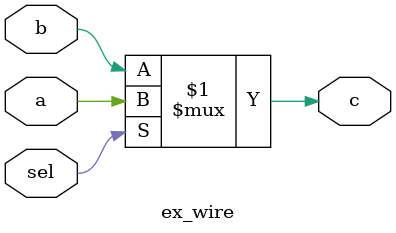
<source format=v>
module ex_wire(
       input wire sel,
	   input wire a,
	   input wire b,
	   output wire c
);

assign c = sel ? a : b ;
//assign c = (sel == 1'b1) ? a : b ;

/* always @(sel or a or b)
begin 
  if(sel == 1'b1)
    c = a;
  else
    c = b;  
end  */

//at the same time , we should change the output wire c to out reg c

/* always @(sel or a or b)
begin 
  if(sel)
    c = a;
  else
    c = b;
end  */

endmodule
</source>
